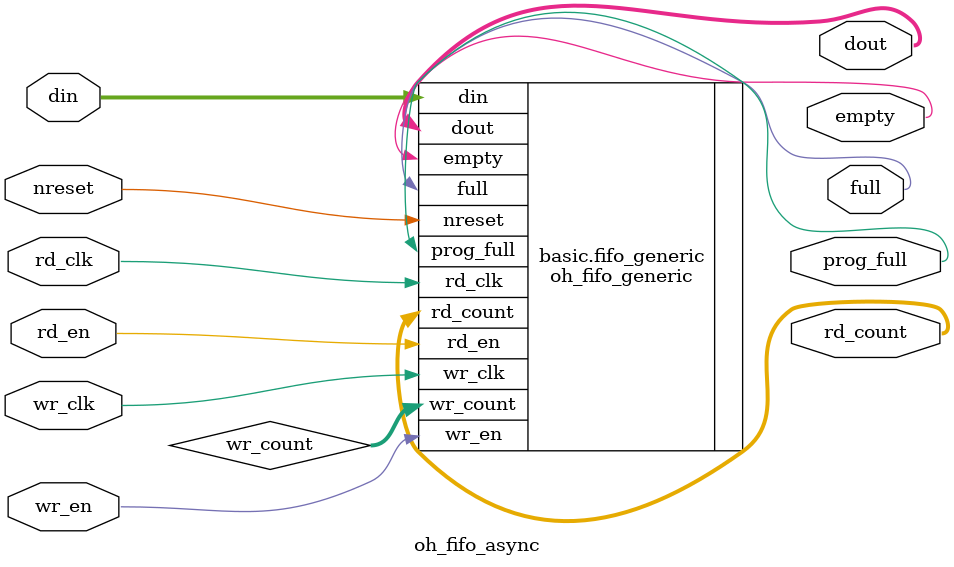
<source format=v>
`define ASIC 0
module oh_fifo_async # (parameter DW        = 104,      // FIFO width
			parameter DEPTH     = 32,       // FIFO depth (entries)
			parameter TARGET    = "GENERIC",// XILINX,ALTERA,GENERIC,ASIC
			parameter PROG_FULL = (DEPTH/2),// program full threshold   
			parameter AW = $clog2(DEPTH)    // binary read count width
			)
   (
    input 	    nreset, // async reset
    input 	    wr_clk, // write clock   
    input 	    wr_en, // write fifo
    input [DW-1:0]  din, // data to write
    input 	    rd_clk, // read clock   
    input 	    rd_en, // read fifo
    output [DW-1:0] dout, // output data (next cycle)
    output 	    full, // fifo is full
    output 	    prog_full, // fifo reaches full threshold
    output 	    empty, // fifo is empty
    output [AW-1:0] rd_count  // # of valid entries in fifo
    );
      
   //local wires
   wire [AW-1:0]   wr_count;  // valid entries in fifo

   generate
      if(TARGET=="GENERIC") begin : basic   
	 oh_fifo_generic #(.DEPTH(DEPTH),
			   .DW(DW))
	 fifo_generic (
		       // Outputs
		       .full			(full),
		       .prog_full		(prog_full),
		       .dout			(dout[DW-1:0]),
		       .empty			(empty),
		       .rd_count		(rd_count[AW-1:0]),
		       .wr_count		(wr_count[AW-1:0]),
		       // Inputs
		       .nreset   		(nreset),
		       .wr_clk			(wr_clk),
		       .rd_clk			(rd_clk),
		       .wr_en			(wr_en),
		       .din			(din[DW-1:0]),
		       .rd_en			(rd_en));
      end
      else if(TARGET=="ASIC") begin : asic   
	 oh_fifo_generic #(.DEPTH(DEPTH),
			   .DW(DW))
	 fifo_generic (
		       // Outputs
		       .full			(full),
		       .prog_full		(prog_full),
		       .dout			(dout[DW-1:0]),
		       .empty			(empty),
		       .rd_count		(rd_count[AW-1:0]),
		       .wr_count		(wr_count[AW-1:0]),
		       // Inputs
		       .nreset   		(nreset),
		       .wr_clk			(wr_clk),
		       .rd_clk			(rd_clk),
		       .wr_en			(wr_en),
		       .din			(din[DW-1:0]),
		       .rd_en			(rd_en));
      end
      else if (TARGET=="XILINX") begin : xilinx
	 if((DW==104) & (DEPTH==32))
	   begin : g104x32
          // Makai: no idea where this module is defined...
	      fifo_async_104x32 
		fifo (
		      // Outputs
		      .full			(full),
		      .prog_full		(prog_full),
		      .dout			(dout[DW-1:0]),
		      .empty			(empty),
		      .rd_data_count		(rd_count[AW-1:0]),
		      // Inputs
		      .rst			(~nreset),
		      .wr_clk			(wr_clk),
		      .rd_clk			(rd_clk),
		      .wr_en			(wr_en),
		      .din			(din[DW-1:0]),
		      .rd_en			(rd_en));
	   end // if ((DW==104) & (DEPTH==32))
      end // block: xilinx   
   endgenerate
      
endmodule // oh_fifo_async
// Local Variables:
// verilog-library-directories:("." "../fpga/" "../dv")
// End:

</source>
